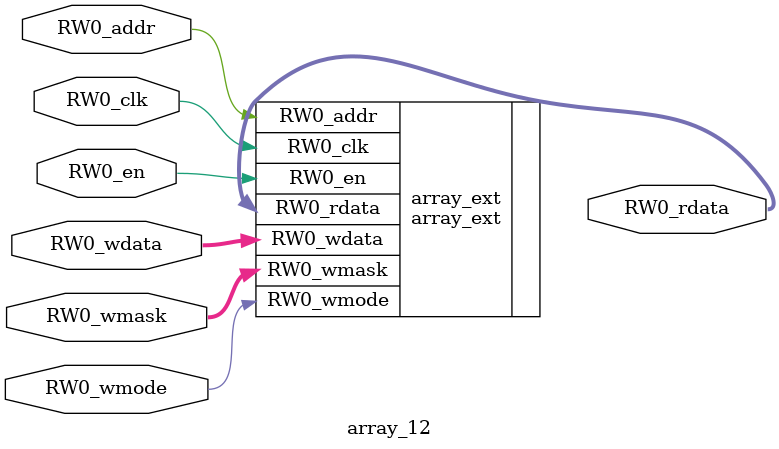
<source format=sv>
`ifndef RANDOMIZE
  `ifdef RANDOMIZE_MEM_INIT
    `define RANDOMIZE
  `endif // RANDOMIZE_MEM_INIT
`endif // not def RANDOMIZE
`ifndef RANDOMIZE
  `ifdef RANDOMIZE_REG_INIT
    `define RANDOMIZE
  `endif // RANDOMIZE_REG_INIT
`endif // not def RANDOMIZE

`ifndef RANDOM
  `define RANDOM $random
`endif // not def RANDOM

// Users can define INIT_RANDOM as general code that gets injected into the
// initializer block for modules with registers.
`ifndef INIT_RANDOM
  `define INIT_RANDOM
`endif // not def INIT_RANDOM

// If using random initialization, you can also define RANDOMIZE_DELAY to
// customize the delay used, otherwise 0.002 is used.
`ifndef RANDOMIZE_DELAY
  `define RANDOMIZE_DELAY 0.002
`endif // not def RANDOMIZE_DELAY

// Define INIT_RANDOM_PROLOG_ for use in our modules below.
`ifndef INIT_RANDOM_PROLOG_
  `ifdef RANDOMIZE
    `ifdef VERILATOR
      `define INIT_RANDOM_PROLOG_ `INIT_RANDOM
    `else  // VERILATOR
      `define INIT_RANDOM_PROLOG_ `INIT_RANDOM #`RANDOMIZE_DELAY begin end
    `endif // VERILATOR
  `else  // RANDOMIZE
    `define INIT_RANDOM_PROLOG_
  `endif // RANDOMIZE
`endif // not def INIT_RANDOM_PROLOG_

// Include register initializers in init blocks unless synthesis is set
`ifndef SYNTHESIS
  `ifndef ENABLE_INITIAL_REG_
    `define ENABLE_INITIAL_REG_
  `endif // not def ENABLE_INITIAL_REG_
`endif // not def SYNTHESIS

// Include rmemory initializers in init blocks unless synthesis is set
`ifndef SYNTHESIS
  `ifndef ENABLE_INITIAL_MEM_
    `define ENABLE_INITIAL_MEM_
  `endif // not def ENABLE_INITIAL_MEM_
`endif // not def SYNTHESIS

module array_12(
  input         RW0_addr,
  input         RW0_en,
  input         RW0_clk,
  input         RW0_wmode,
  input  [81:0] RW0_wdata,
  output [81:0] RW0_rdata,
  input  [1:0]  RW0_wmask
);

  array_ext array_ext (
    .RW0_addr  (RW0_addr),
    .RW0_en    (RW0_en),
    .RW0_clk   (RW0_clk),
    .RW0_wmode (RW0_wmode),
    .RW0_wdata (RW0_wdata),
    .RW0_rdata (RW0_rdata),
    .RW0_wmask (RW0_wmask)
  );
endmodule


</source>
